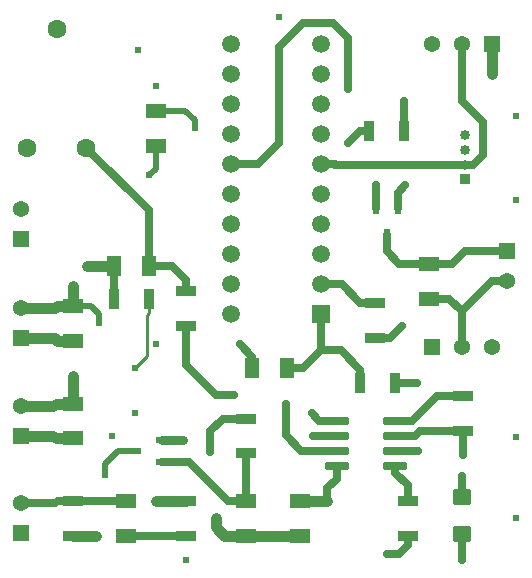
<source format=gtl>
G04 ================== begin FILE IDENTIFICATION RECORD ==================*
G04 Layout Name:  WCSA_SystemSchem_4-Layer.brd*
G04 Film Name:    TOP*
G04 File Format:  Gerber RS274X*
G04 File Origin:  Cadence Allegro -unreleased*
G04 Origin Date:  Wed May  4 17:45:03 2022*
G04 *
G04 Layer:  ETCH/TOP*
G04 Layer:  PIN/TOP*
G04 Layer:  VIA CLASS/TOP*
G04 *
G04 Offset:    (0.00 0.00)*
G04 Mirror:    No*
G04 Mode:      Positive*
G04 Rotation:  0*
G04 FullContactRelief:  No*
G04 UndefLineWidth:     0.00*
G04 ================== end FILE IDENTIFICATION RECORD ====================*
%FSLAX25Y25*MOIN*%
%IR0*IPPOS*OFA0.00000B0.00000*MIA0B0*SFA1.00000B1.00000*%
%ADD14C,.024*%
%ADD15C,.063*%
%ADD24C,.03346*%
%ADD11C,.05394*%
%ADD25R,.03346X.03346*%
%ADD19C,.05937*%
%ADD10R,.05394X.05394*%
%ADD21R,.05937X.05937*%
%AMMACRO20*
4,1,40,.03583,-.01181,
-.03583,-.01181,
-.036343,-.011764,
-.036841,-.011629,
-.037308,-.01141,
-.037729,-.011114,
-.038093,-.010748,
-.038387,-.010325,
-.038604,-.009858,
-.038736,-.00936,
-.03878,-.00886,
-.03878,.00886,
-.038734,.009373,
-.038599,.009871,
-.03838,.010338,
-.038084,.010759,
-.037718,.011123,
-.037295,.011417,
-.036828,.011634,
-.03633,.011766,
-.03583,.01181,
.03583,.01181,
.036343,.011764,
.036841,.011629,
.037308,.01141,
.037729,.011114,
.038093,.010748,
.038387,.010325,
.038604,.009858,
.038736,.00936,
.03878,.00886,
.03878,-.00886,
.038734,-.009373,
.038599,-.009871,
.03838,-.010338,
.038084,-.010759,
.037718,-.011123,
.037295,-.011417,
.036828,-.011634,
.03633,-.011766,
.03583,-.01181,
0.0*
%
%ADD20MACRO20*%
%ADD16R,.04X.02*%
%ADD22R,.02X.04*%
%ADD12R,.06811X.03819*%
%ADD18R,.03819X.06811*%
%ADD13R,.07165X.04567*%
%ADD17R,.04567X.07165*%
%AMMACRO23*
4,1,40,.03091,.01924,
.03091,-.01924,
.030792,-.020582,
.030443,-.021884,
.029874,-.023105,
.029101,-.024209,
.028148,-.025162,
.027044,-.025935,
.025822,-.026504,
.02452,-.026853,
.02318,-.02697,
-.02318,-.02697,
-.024522,-.026852,
-.025824,-.026503,
-.027045,-.025934,
-.028149,-.025161,
-.029102,-.024208,
-.029875,-.023104,
-.030444,-.021882,
-.030793,-.02058,
-.03091,-.01924,
-.03091,.01924,
-.030792,.020582,
-.030443,.021884,
-.029874,.023105,
-.029101,.024209,
-.028148,.025162,
-.027044,.025935,
-.025822,.026504,
-.02452,.026853,
-.02318,.02697,
.02318,.02697,
.024522,.026852,
.025824,.026503,
.027045,.025934,
.028149,.025161,
.029102,.024208,
.029875,.023104,
.030444,.021882,
.030793,.02058,
.03091,.01924,
0.0*
%
%ADD23MACRO23*%
%ADD26C,.01*%
%ADD27C,.02*%
%ADD28C,.03*%
%ADD29C,.025*%
%ADD30C,.035*%
G75*
%LPD*%
G75*
G54D10*
X-80000Y-80000D03*
Y-47500D03*
Y-15000D03*
Y18000D03*
X57000Y-18000D03*
X82000Y14000D03*
X77000Y83000D03*
G54D20*
X44724Y-57500D03*
X25276D03*
X44724Y-42500D03*
Y-47500D03*
Y-52500D03*
X25276D03*
Y-47500D03*
Y-42500D03*
G54D11*
X-80000Y-70000D03*
Y-37500D03*
Y-5000D03*
Y28000D03*
X67000Y-18000D03*
Y83000D03*
X57000D03*
X77000Y-18000D03*
X82000Y4000D03*
G54D30*
G01X-62500Y-80827D02*
X-55000D01*
G01X-62500Y-36693D02*
X-68333D01*
X-69140Y-37500D01*
X-80000D01*
G01X-62500Y-36693D02*
Y-27500D01*
G01Y-48307D02*
X-68333D01*
X-69140Y-47500D01*
X-80000D01*
G01Y-5000D02*
X-68640D01*
X-67833Y-4193D01*
X-62500D01*
G01X-80000Y-15000D02*
X-68640D01*
X-67833Y-15807D01*
X-62500D01*
G01Y2500D02*
Y-4193D01*
G01X-48807Y9000D02*
X-58000D01*
G01X-25000Y-69173D02*
X-32587D01*
X-32607Y-69193D01*
X-34807D01*
G01X-15000Y-75000D02*
Y-77950D01*
X-12143Y-80807D01*
X-5000D01*
G01X13000D02*
X4000D01*
G01D02*
X-5000D01*
G01X13000Y-69193D02*
X22000D01*
G01X77000Y83000D02*
Y73000D01*
G54D12*
X-62500Y-80827D03*
Y-69173D03*
X-25000Y-80827D03*
Y-69173D03*
X-5000Y-53327D03*
Y-41673D03*
X-25000Y-10827D03*
Y827D03*
X38000Y-14827D03*
Y-3173D03*
X49000Y-80827D03*
Y-69173D03*
X67500Y-45827D03*
Y-34173D03*
G54D21*
X20000Y-7000D03*
G54D13*
X-62500Y-48307D03*
Y-36693D03*
Y-15807D03*
Y-4193D03*
X-45000Y-80807D03*
Y-69193D03*
X-35000Y49193D03*
Y60807D03*
X-5000Y-80807D03*
Y-69193D03*
X13000Y-80807D03*
Y-69193D03*
X56000Y9807D03*
Y-1807D03*
G54D22*
X42000Y19500D03*
X38400Y28500D03*
X45600D03*
G54D23*
X67000Y-80220D03*
Y-67701D03*
G54D14*
X-62500Y-27500D03*
Y2500D03*
X-58000Y9000D03*
X-55000Y-80827D03*
X-33500Y-80807D03*
X-34807Y-69193D03*
X-52000Y-60500D03*
X-49500Y-47600D03*
X-42000Y-40000D03*
X-54086Y-10000D03*
X-35000Y-16900D03*
X-42000Y-25000D03*
X-37100Y39400D03*
X-34950Y69000D03*
X-41000Y81000D03*
X-25000Y-89000D03*
X-15000Y-75000D03*
X-9000Y-34000D03*
X-17000Y-53000D03*
X-26000Y-48900D03*
X-6927Y-16928D03*
X-22000Y55000D03*
X4000Y-80807D03*
X17000Y-40000D03*
X17500Y-47500D03*
X8307Y-37000D03*
X6000Y92000D03*
X42000Y-87000D03*
X22000Y-69193D03*
X20000Y-19000D03*
X38400Y36000D03*
X29000Y68000D03*
Y50000D03*
X67000Y-89000D03*
Y-61000D03*
X67500Y-54000D03*
X49000Y-64000D03*
X52500Y-52500D03*
X52000Y-30000D03*
X67000Y-6000D03*
X47000Y-11000D03*
X48000Y36000D03*
X47827Y64173D03*
X85000Y-75000D03*
Y-48000D03*
Y31000D03*
Y59000D03*
X77000Y73000D03*
G54D24*
X68000Y42921D03*
Y52764D03*
Y47843D03*
G54D15*
X-58158Y48630D03*
X-77842D03*
X-68000Y88000D03*
G54D16*
X-33000Y-56100D03*
X-42000Y-52500D03*
X-33000Y-48900D03*
G54D25*
X68000Y38000D03*
G54D26*
G01X-42000Y-25000D02*
X-38000Y-21000D01*
Y-7233D01*
X-37173Y-6406D01*
Y-2000D01*
G54D17*
X-48807Y9000D03*
X-37193D03*
X8807Y-25000D03*
X-2807D03*
G54D27*
G01X-54086Y-10000D02*
Y-6693D01*
X-56586Y-4193D01*
X-62500D01*
G01X-52000Y-60500D02*
Y-56750D01*
X-47750Y-52500D01*
X-42000D01*
G01X-35000Y49193D02*
Y41500D01*
X-37100Y39400D01*
G01X-22000Y55000D02*
Y57700D01*
X-25107Y60807D01*
X-35000D01*
G54D18*
X-37173Y-2000D03*
X-48827D03*
X33173Y-30000D03*
X36173Y54000D03*
X44827Y-30000D03*
X47827Y54000D03*
G54D28*
G01X-33000Y-48900D02*
X-26000D01*
G54D19*
X-10000Y-7000D03*
Y3000D03*
Y13000D03*
Y23000D03*
Y33000D03*
Y43000D03*
Y53000D03*
Y63000D03*
Y73000D03*
Y83000D03*
X20000Y13000D03*
Y3000D03*
Y43000D03*
Y33000D03*
Y23000D03*
Y63000D03*
Y53000D03*
Y73000D03*
Y83000D03*
G54D29*
G01X-80000Y-70000D02*
X-68483D01*
X-67656Y-69173D01*
X-62500D01*
G01D02*
X-50353D01*
X-50333Y-69193D01*
X-45000D01*
G01X-58158Y48630D02*
X-37193Y27665D01*
Y9000D01*
G01X-45000Y-80807D02*
X-33500D01*
G01D02*
X-29426D01*
X-29406Y-80827D01*
X-25000D01*
G01X-5000Y-69193D02*
X-10807D01*
X-23900Y-56100D01*
X-33000D01*
G01X-37193Y9000D02*
X-29513D01*
X-25000Y4487D01*
Y827D01*
G01X-48807Y9000D02*
Y3176D01*
X-48827Y3156D01*
Y-2000D01*
G01X-9000Y-34000D02*
X-15000D01*
X-25000Y-24000D01*
Y-10827D01*
G01X-17000Y-53000D02*
Y-46001D01*
X-12672Y-41673D01*
X-5000D01*
G01X-6927Y-16928D02*
X-2807Y-21048D01*
Y-25000D01*
G01X-10000Y43000D02*
X-1000D01*
X6000Y50000D01*
Y82000D01*
X14000Y90000D01*
X24000D01*
X29000Y85000D01*
Y68000D01*
G01X-5000Y-53327D02*
Y-69193D01*
G01X17000Y-40000D02*
X19500Y-42500D01*
X25276D01*
G01Y-47500D02*
X17500D01*
G01X8307Y-37000D02*
Y-47307D01*
X13500Y-52500D01*
X25276D01*
G01X8807Y-25000D02*
X14000D01*
X20000Y-19000D01*
G01X42000Y-87000D02*
X46001D01*
X49000Y-84001D01*
Y-80827D01*
G01X25276Y-57500D02*
Y-61725D01*
X22000Y-65001D01*
Y-69193D01*
G01X20000Y-19000D02*
X26579D01*
X33173Y-25594D01*
Y-30000D01*
G01X20000Y-19000D02*
Y-7000D01*
G01X38000Y-14827D02*
X43173D01*
X47000Y-11000D01*
G01X42000Y19500D02*
Y13999D01*
X46192Y9807D01*
X56000D01*
G01X20000Y3000D02*
X27000D01*
X33173Y-3173D01*
X38000D01*
G01X20000Y43000D02*
X24720D01*
X24799Y42921D01*
X68000D01*
G01X38400Y28500D02*
Y36000D01*
G01X36173Y54000D02*
X33000D01*
X29000Y50000D01*
G01X67000Y-89000D02*
Y-80220D01*
G01X66606Y-67701D02*
X67000D01*
G01D02*
Y-61000D01*
G01X49000Y-69173D02*
Y-64000D01*
G01D02*
X44724Y-59724D01*
Y-57500D01*
G01Y-52500D02*
X52500D01*
G01X52000Y-30000D02*
X44827D01*
G01X67500Y-45827D02*
X53173D01*
X51500Y-47500D01*
X44724D01*
G01X67500Y-34173D02*
X58826D01*
X50499Y-42500D01*
X44724D01*
G01X67000Y-6001D02*
X62806Y-1807D01*
X56000D01*
G01X67000Y-6001D02*
Y-18000D01*
G01Y-6001D02*
Y-6000D01*
G01D02*
X77000Y4000D01*
X82000D01*
G01X56000Y9807D02*
X63807D01*
X68000Y14000D01*
X82000D01*
G01X48000Y36000D02*
X45600Y33600D01*
Y28500D01*
G01X47827Y54000D02*
Y64173D01*
G01X68000Y42921D02*
X70674D01*
X74000Y46247D01*
Y57000D01*
X67000Y64000D01*
Y83000D01*
G01X67500Y-54000D02*
Y-45827D01*
M02*

</source>
